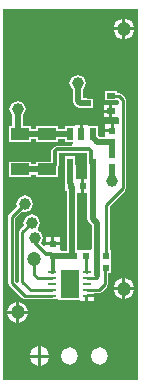
<source format=gbl>
G04*
G04 #@! TF.GenerationSoftware,Altium Limited,Altium Designer,20.1.7 (139)*
G04*
G04 Layer_Physical_Order=2*
G04 Layer_Color=65535*
%FSLAX44Y44*%
%MOMM*%
G71*
G04*
G04 #@! TF.SameCoordinates,EAEC4F56-8EE0-43A8-A4D0-7A7E52DB7783*
G04*
G04*
G04 #@! TF.FilePolarity,Positive*
G04*
G01*
G75*
%ADD10C,0.3000*%
%ADD12R,0.7000X0.5000*%
%ADD13R,0.6000X0.6000*%
%ADD14R,0.6000X0.6000*%
%ADD18R,1.6000X1.0000*%
%ADD20C,0.5000*%
%ADD21C,0.2500*%
%ADD24C,1.2000*%
%ADD25C,1.0000*%
%ADD26R,0.6000X1.1000*%
%ADD27C,0.7000*%
%ADD28R,0.7000X0.2800*%
%ADD29R,1.6400X2.3800*%
G36*
X117002Y2998D02*
X2998D01*
Y317002D01*
X117002D01*
X117002Y2998D01*
D02*
G37*
%LPC*%
G36*
X106270Y308718D02*
Y301270D01*
X113718D01*
X111536Y306536D01*
X106270Y308718D01*
D02*
G37*
G36*
X103730D02*
X98464Y306536D01*
X96282Y301270D01*
X103730D01*
Y308718D01*
D02*
G37*
G36*
X113718Y298730D02*
X106270D01*
Y291283D01*
X111536Y293464D01*
X113718Y298730D01*
D02*
G37*
G36*
X103730D02*
X96282D01*
X98464Y293464D01*
X103730Y291283D01*
Y298730D01*
D02*
G37*
G36*
X66000Y261035D02*
X61025Y258975D01*
X58964Y254000D01*
X61025Y249025D01*
X61670Y248758D01*
Y239000D01*
X62938Y235938D01*
X64939Y233939D01*
X68000Y232670D01*
X74000D01*
X74796Y233000D01*
X79000D01*
Y241000D01*
X74796D01*
X74000Y241330D01*
X70330D01*
Y248758D01*
X70975Y249025D01*
X73035Y254000D01*
X70975Y258975D01*
X66000Y261035D01*
D02*
G37*
G36*
X92730Y235540D02*
X87960D01*
Y231770D01*
X92730D01*
Y235540D01*
D02*
G37*
G36*
Y229230D02*
X87960D01*
Y225460D01*
X92730D01*
Y229230D01*
D02*
G37*
G36*
X93730Y219540D02*
X89460D01*
Y215270D01*
X93730D01*
Y219540D01*
D02*
G37*
G36*
X99000Y247500D02*
X89000D01*
Y239500D01*
X99000D01*
Y239500D01*
X100792Y238998D01*
X101023Y238767D01*
Y237133D01*
X100040Y235540D01*
X99023Y235540D01*
X95270D01*
Y230500D01*
Y225460D01*
X99023D01*
X100040Y225460D01*
X101023Y223867D01*
Y221340D01*
X100540Y219540D01*
X99023Y219540D01*
X96270D01*
Y214000D01*
X95000D01*
Y212730D01*
X89460D01*
Y208705D01*
X84418D01*
X83000Y210123D01*
Y218000D01*
X74540D01*
Y219040D01*
X70270D01*
Y211000D01*
X67730D01*
Y219040D01*
X63460D01*
Y218000D01*
X55000D01*
Y215330D01*
X49500D01*
Y217500D01*
X30500D01*
Y215329D01*
X26500D01*
Y217500D01*
X19330D01*
Y226758D01*
X19975Y227025D01*
X22036Y232000D01*
X19975Y236975D01*
X15000Y239035D01*
X10025Y236975D01*
X7964Y232000D01*
X10025Y227025D01*
X10670Y226758D01*
Y217500D01*
X7500D01*
Y204500D01*
X26500D01*
Y206670D01*
X30500D01*
Y204500D01*
X49500D01*
Y206670D01*
X55000D01*
Y204000D01*
X61772D01*
X61959Y203885D01*
X62335Y203247D01*
X61193Y201247D01*
X48257D01*
X45961Y200296D01*
X44204Y198539D01*
X43253Y196243D01*
Y187500D01*
X30500D01*
Y185330D01*
X26500D01*
Y187500D01*
X7500D01*
Y174500D01*
X26500D01*
Y176670D01*
X30500D01*
Y174500D01*
X49500D01*
Y183903D01*
X49747Y184500D01*
Y194753D01*
X73753D01*
Y186500D01*
X74000Y185903D01*
Y178000D01*
X74170D01*
Y172540D01*
X71270D01*
Y167000D01*
Y161460D01*
X74170D01*
Y139000D01*
X75438Y135939D01*
X77670Y133707D01*
Y114429D01*
X77500Y112500D01*
X68500D01*
Y112500D01*
X67500D01*
Y112500D01*
X65329D01*
Y161460D01*
X68730D01*
Y167000D01*
Y172540D01*
X64460D01*
X64080Y174382D01*
Y184750D01*
X64000Y184942D01*
Y192000D01*
X55000D01*
Y178000D01*
X55420D01*
Y169250D01*
X55500Y169058D01*
Y162500D01*
X56670D01*
Y112330D01*
X52486D01*
X50540Y112460D01*
Y116730D01*
X45000D01*
X39423D01*
X37612Y115980D01*
X34795Y118797D01*
X36535Y123000D01*
X34475Y127975D01*
X31957Y129018D01*
Y130847D01*
X32028Y131153D01*
X34035Y136000D01*
X31975Y140975D01*
X27000Y143036D01*
X22025Y140975D01*
X19964Y136000D01*
X20792Y134002D01*
X16895Y130105D01*
X16023Y128000D01*
Y86014D01*
X15980Y85972D01*
X14318Y84892D01*
X12976Y86233D01*
Y139767D01*
X19002Y145792D01*
X21000Y144965D01*
X25975Y147025D01*
X28036Y152000D01*
X25975Y156975D01*
X21000Y159036D01*
X16025Y156975D01*
X13964Y152000D01*
X14792Y150002D01*
X7895Y143105D01*
X7023Y141000D01*
Y85000D01*
X7895Y82895D01*
X18895Y71895D01*
X21000Y71023D01*
X44500D01*
X44685Y71100D01*
X49300D01*
Y70600D01*
X54971D01*
X55000Y70588D01*
X55029Y70600D01*
X62971D01*
X63000Y70588D01*
X63029Y70600D01*
X67460D01*
Y70060D01*
X72230D01*
Y74000D01*
X73500D01*
Y75270D01*
X79540D01*
Y76023D01*
X84000D01*
X86105Y76895D01*
X91105Y81895D01*
X91105Y81895D01*
X91976Y84000D01*
Y93500D01*
X94500D01*
Y102500D01*
X94500D01*
Y103500D01*
X94500D01*
Y112500D01*
X92977D01*
Y149767D01*
X106105Y162895D01*
X106105Y162895D01*
X106977Y165000D01*
X106976Y165000D01*
Y240000D01*
X106105Y242105D01*
X103105Y245105D01*
X101000Y245977D01*
X99000D01*
Y247500D01*
D02*
G37*
G36*
X50540Y123540D02*
X46270D01*
Y119270D01*
X50540D01*
Y123540D01*
D02*
G37*
G36*
X43730D02*
X39460D01*
Y119270D01*
X43730D01*
Y123540D01*
D02*
G37*
G36*
X106270Y88718D02*
Y81270D01*
X113718D01*
X111536Y86536D01*
X106270Y88718D01*
D02*
G37*
G36*
X103730D02*
X98464Y86536D01*
X96282Y81270D01*
X103730D01*
Y88718D01*
D02*
G37*
G36*
X113718Y78730D02*
X106270D01*
Y71282D01*
X111536Y73464D01*
X113718Y78730D01*
D02*
G37*
G36*
X103730D02*
X96282D01*
X98464Y73464D01*
X103730Y71282D01*
Y78730D01*
D02*
G37*
G36*
X79540Y72730D02*
X74770D01*
Y70060D01*
X79540D01*
Y72730D01*
D02*
G37*
G36*
X16270Y68718D02*
Y61270D01*
X23718D01*
X21536Y66536D01*
X16270Y68718D01*
D02*
G37*
G36*
X13730D02*
X8464Y66536D01*
X6282Y61270D01*
X13730D01*
Y68718D01*
D02*
G37*
G36*
X23718Y58730D02*
X16270D01*
Y51282D01*
X21536Y53464D01*
X23718Y58730D01*
D02*
G37*
G36*
X13730D02*
X6282D01*
X8464Y53464D01*
X13730Y51282D01*
Y58730D01*
D02*
G37*
G36*
X34870Y31176D02*
Y24270D01*
X41776D01*
X39753Y29153D01*
X34870Y31176D01*
D02*
G37*
G36*
X32330Y31176D02*
X27446Y29153D01*
X25424Y24270D01*
X32330D01*
Y31176D01*
D02*
G37*
G36*
X84400Y30577D02*
X79042Y28358D01*
X76823Y23000D01*
X79042Y17643D01*
X84400Y15423D01*
X89757Y17643D01*
X91977Y23000D01*
X89757Y28358D01*
X84400Y30577D01*
D02*
G37*
G36*
X59000D02*
X53642Y28358D01*
X51423Y23000D01*
X53642Y17643D01*
X59000Y15423D01*
X64358Y17643D01*
X66577Y23000D01*
X64358Y28358D01*
X59000Y30577D01*
D02*
G37*
G36*
X41776Y21730D02*
X34870D01*
Y14824D01*
X39753Y16846D01*
X41776Y21730D01*
D02*
G37*
G36*
X32330D02*
X25424D01*
X27446Y16846D01*
X32330Y14824D01*
Y21730D01*
D02*
G37*
%LPD*%
D10*
X77000Y186500D02*
Y196243D01*
X75243Y198000D02*
X77000Y196243D01*
X46500Y184500D02*
Y196243D01*
X48257Y198000D01*
X75243D01*
X61000Y110000D02*
X63000Y108000D01*
X60000Y167000D02*
X61000Y166000D01*
X39500Y109500D02*
X43500D01*
X30839Y118161D02*
X39500Y109500D01*
X30839Y118161D02*
Y121661D01*
X29500Y123000D02*
X30839Y121661D01*
X43500Y109500D02*
X45000Y108000D01*
X59750Y169250D02*
X60000Y169000D01*
X59500Y185000D02*
X59750Y184750D01*
X43000Y181000D02*
X46500Y184500D01*
X77000Y186500D02*
X78500Y185000D01*
X44500Y94000D02*
X44600D01*
X44750Y94150D01*
Y107750D01*
X45000Y108000D01*
D12*
X94000Y243500D02*
D03*
Y230500D02*
D03*
X74000Y237000D02*
D03*
D13*
X90000Y108000D02*
D03*
Y98000D02*
D03*
X95000Y204000D02*
D03*
Y214000D02*
D03*
Y183000D02*
D03*
Y193000D02*
D03*
X45000Y118000D02*
D03*
Y108000D02*
D03*
D14*
X60000Y167000D02*
D03*
X70000D02*
D03*
X63000Y108000D02*
D03*
X73000D02*
D03*
D18*
X17000Y181000D02*
D03*
Y211000D02*
D03*
X40000Y181000D02*
D03*
Y211000D02*
D03*
D20*
X78500Y139000D02*
X82000Y135500D01*
Y92000D02*
Y135500D01*
X68000Y237000D02*
X74000D01*
X66000Y239000D02*
Y254000D01*
Y239000D02*
X68000Y237000D01*
X95000Y171000D02*
Y183000D01*
X78500Y139000D02*
Y185000D01*
X61000Y110000D02*
Y166000D01*
X59750Y169250D02*
Y184750D01*
X17000Y181000D02*
X43000D01*
X78500Y208500D02*
X82625Y204375D01*
X94625D02*
X95000Y204000D01*
X82625Y204375D02*
X94625D01*
X78500Y208500D02*
Y211000D01*
X95000Y193000D02*
Y204000D01*
X40000Y211000D02*
X59500D01*
X40000Y211000D02*
X40000Y211000D01*
X17000Y211000D02*
X40000D01*
X15000Y213000D02*
X17000Y211000D01*
X15000Y213000D02*
Y232000D01*
X45000Y108000D02*
X63000D01*
D21*
X26000Y79000D02*
X44500D01*
X19000Y86000D02*
Y128000D01*
Y86000D02*
X26000Y79000D01*
X21000Y74000D02*
X44500D01*
X10000Y85000D02*
Y141000D01*
Y85000D02*
X21000Y74000D01*
X10000Y141000D02*
X21000Y152000D01*
X19000Y128000D02*
X27000Y136000D01*
X94000Y243500D02*
X94500Y243000D01*
X101000D01*
X104000Y165000D02*
Y240000D01*
X101000Y243000D02*
X104000Y240000D01*
X90000Y108000D02*
Y151000D01*
X104000Y165000D01*
X89000Y97000D02*
X90000Y98000D01*
X89000Y84000D02*
Y97000D01*
X73500Y79000D02*
X84000D01*
X89000Y84000D01*
X81000Y89000D02*
X83000Y91000D01*
X73500Y89000D02*
X81000D01*
X29000Y92000D02*
Y105000D01*
X32000Y89000D02*
X44500D01*
X29000Y92000D02*
X32000Y89000D01*
X73400Y94000D02*
X73500D01*
X73250Y94150D02*
X73400Y94000D01*
X73250Y94150D02*
Y107750D01*
X73000Y108000D02*
X73250Y107750D01*
D24*
X105000Y300000D02*
D03*
Y80000D02*
D03*
X15000Y60000D02*
D03*
X29000Y105000D02*
D03*
D25*
X27000Y136000D02*
D03*
X66000Y254000D02*
D03*
X95000Y171000D02*
D03*
X15000Y232000D02*
D03*
X21000Y152000D02*
D03*
X29500Y123000D02*
D03*
D26*
X59500Y211000D02*
D03*
X69000D02*
D03*
X78500D02*
D03*
Y185000D02*
D03*
X59500D02*
D03*
D27*
X59000Y84000D02*
D03*
X63000Y92000D02*
D03*
X55000D02*
D03*
Y76000D02*
D03*
X63000D02*
D03*
D28*
X73500Y94000D02*
D03*
Y89000D02*
D03*
Y84000D02*
D03*
Y79000D02*
D03*
Y74000D02*
D03*
X44500D02*
D03*
Y79000D02*
D03*
Y84000D02*
D03*
Y89000D02*
D03*
Y94000D02*
D03*
D29*
X59000Y84000D02*
D03*
M02*

</source>
